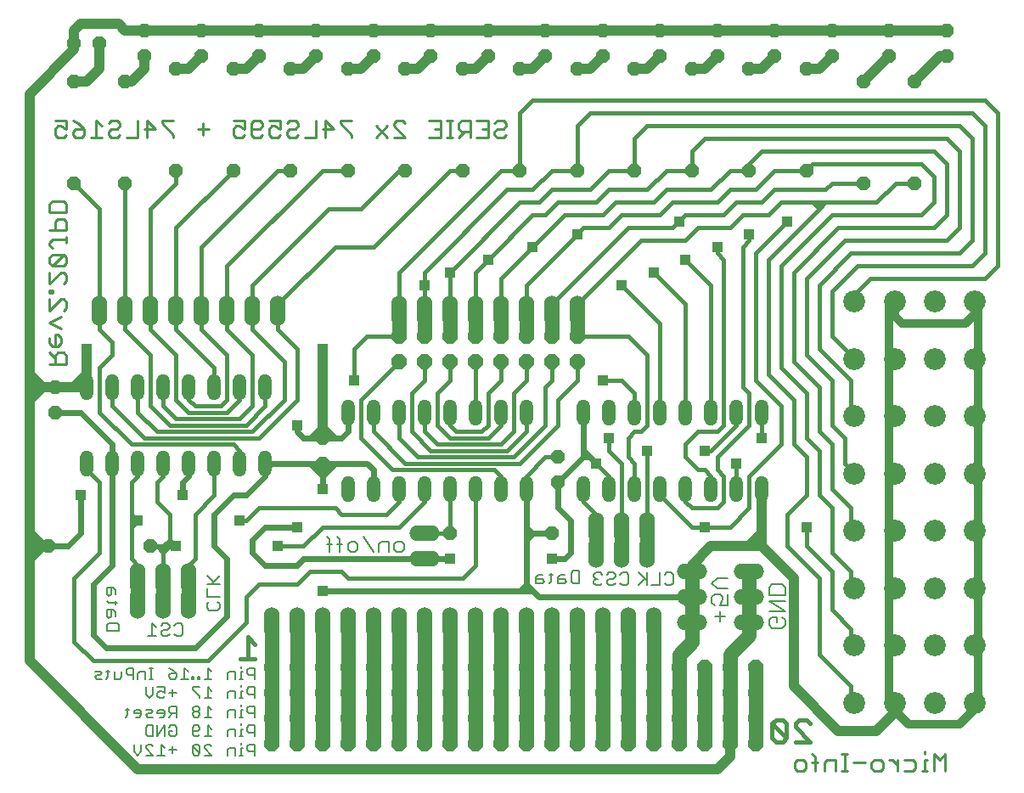
<source format=gbr>
G75*
G70*
%OFA0B0*%
%FSLAX24Y24*%
%IPPOS*%
%LPD*%
%AMOC8*
5,1,8,0,0,1.08239X$1,22.5*
%
%ADD10C,0.0150*%
%ADD11C,0.0080*%
%ADD12C,0.0090*%
%ADD13C,0.0070*%
%ADD14OC8,0.0600*%
%ADD15O,0.0600X0.1200*%
%ADD16OC8,0.0520*%
%ADD17O,0.1200X0.0600*%
%ADD18O,0.0520X0.1040*%
%ADD19C,0.0860*%
%ADD20C,0.0560*%
%ADD21C,0.0500*%
%ADD22C,0.0400*%
%ADD23C,0.0240*%
%ADD24R,0.0400X0.0400*%
%ADD25C,0.0160*%
%ADD26C,0.0320*%
D10*
X009956Y007413D02*
X010523Y007413D01*
X010239Y007413D02*
X010239Y008264D01*
X010523Y007980D01*
X030831Y004872D02*
X030831Y004305D01*
X030973Y004163D01*
X031256Y004163D01*
X031398Y004305D01*
X030831Y004872D01*
X030973Y005014D01*
X031256Y005014D01*
X031398Y004872D01*
X031398Y004305D01*
X031752Y004163D02*
X032319Y004163D01*
X031752Y004730D01*
X031752Y004872D01*
X031893Y005014D01*
X032177Y005014D01*
X032319Y004872D01*
D11*
X031234Y008628D02*
X030821Y008628D01*
X030717Y008732D01*
X030717Y008939D01*
X030821Y009042D01*
X031027Y009042D01*
X031027Y008835D01*
X031234Y008628D02*
X031338Y008732D01*
X031338Y008939D01*
X031234Y009042D01*
X031338Y009273D02*
X030717Y009273D01*
X030717Y009686D02*
X031338Y009686D01*
X031338Y009917D02*
X031338Y010228D01*
X031234Y010331D01*
X030821Y010331D01*
X030717Y010228D01*
X030717Y009917D01*
X031338Y009917D01*
X031338Y009273D02*
X030717Y009686D01*
X029088Y009523D02*
X028777Y009523D01*
X028881Y009730D01*
X028881Y009833D01*
X028777Y009936D01*
X028571Y009936D01*
X028467Y009833D01*
X028467Y009626D01*
X028571Y009523D01*
X028777Y009292D02*
X028777Y008878D01*
X028984Y009085D02*
X028571Y009085D01*
X029088Y009523D02*
X029088Y009936D01*
X029088Y010167D02*
X028674Y010167D01*
X028467Y010374D01*
X028674Y010581D01*
X029088Y010581D01*
X016387Y011725D02*
X016291Y011628D01*
X016097Y011628D01*
X016000Y011725D01*
X016000Y011919D01*
X016097Y012015D01*
X016291Y012015D01*
X016387Y011919D01*
X016387Y011725D01*
X015780Y011628D02*
X015780Y012015D01*
X015489Y012015D01*
X015393Y011919D01*
X015393Y011628D01*
X015172Y011628D02*
X014785Y012209D01*
X014564Y011919D02*
X014564Y011725D01*
X014467Y011628D01*
X014274Y011628D01*
X014177Y011725D01*
X014177Y011919D01*
X014274Y012015D01*
X014467Y012015D01*
X014564Y011919D01*
X013956Y011919D02*
X013763Y011919D01*
X013551Y011919D02*
X013358Y011919D01*
X013455Y012112D02*
X013358Y012209D01*
X013455Y012112D02*
X013455Y011628D01*
X013860Y011628D02*
X013860Y012112D01*
X013763Y012209D01*
X010512Y007049D02*
X010302Y007049D01*
X010232Y006979D01*
X010232Y006838D01*
X010302Y006768D01*
X010512Y006768D01*
X010512Y006628D02*
X010512Y007049D01*
X010052Y006909D02*
X009982Y006909D01*
X009982Y006628D01*
X010052Y006628D02*
X009912Y006628D01*
X009745Y006628D02*
X009745Y006909D01*
X009535Y006909D01*
X009465Y006838D01*
X009465Y006628D01*
X009535Y006159D02*
X009465Y006088D01*
X009465Y005878D01*
X009745Y005878D02*
X009745Y006159D01*
X009535Y006159D01*
X009982Y006159D02*
X009982Y005878D01*
X010052Y005878D02*
X009912Y005878D01*
X009982Y005619D02*
X009982Y005549D01*
X009982Y005409D02*
X009982Y005128D01*
X010052Y005128D02*
X009912Y005128D01*
X009745Y005128D02*
X009745Y005409D01*
X009535Y005409D01*
X009465Y005338D01*
X009465Y005128D01*
X009535Y004659D02*
X009465Y004588D01*
X009465Y004378D01*
X009745Y004378D02*
X009745Y004659D01*
X009535Y004659D01*
X009982Y004659D02*
X009982Y004378D01*
X010052Y004378D02*
X009912Y004378D01*
X009982Y004119D02*
X009982Y004049D01*
X009982Y003909D02*
X009982Y003628D01*
X010052Y003628D02*
X009912Y003628D01*
X009745Y003628D02*
X009745Y003909D01*
X009535Y003909D01*
X009465Y003838D01*
X009465Y003628D01*
X008824Y003628D02*
X008544Y003909D01*
X008544Y003979D01*
X008614Y004049D01*
X008754Y004049D01*
X008824Y003979D01*
X008824Y003628D02*
X008544Y003628D01*
X008364Y003698D02*
X008084Y003979D01*
X008084Y003698D01*
X008154Y003628D01*
X008294Y003628D01*
X008364Y003698D01*
X008364Y003979D01*
X008294Y004049D01*
X008154Y004049D01*
X008084Y003979D01*
X008154Y004378D02*
X008084Y004448D01*
X008084Y004729D01*
X008154Y004799D01*
X008294Y004799D01*
X008364Y004729D01*
X008364Y004659D01*
X008294Y004588D01*
X008084Y004588D01*
X008154Y004378D02*
X008294Y004378D01*
X008364Y004448D01*
X008544Y004378D02*
X008824Y004378D01*
X008684Y004378D02*
X008684Y004799D01*
X008824Y004659D01*
X008824Y005128D02*
X008544Y005128D01*
X008684Y005128D02*
X008684Y005549D01*
X008824Y005409D01*
X008364Y005409D02*
X008364Y005479D01*
X008294Y005549D01*
X008154Y005549D01*
X008084Y005479D01*
X008084Y005409D01*
X008154Y005338D01*
X008294Y005338D01*
X008364Y005409D01*
X008294Y005338D02*
X008364Y005268D01*
X008364Y005198D01*
X008294Y005128D01*
X008154Y005128D01*
X008084Y005198D01*
X008084Y005268D01*
X008154Y005338D01*
X008364Y005878D02*
X008364Y005948D01*
X008084Y006229D01*
X008084Y006299D01*
X008364Y006299D01*
X008684Y006299D02*
X008684Y005878D01*
X008824Y005878D02*
X008544Y005878D01*
X008824Y006159D02*
X008684Y006299D01*
X008684Y006628D02*
X008684Y007049D01*
X008824Y006909D01*
X008824Y006628D02*
X008544Y006628D01*
X008364Y006628D02*
X008294Y006628D01*
X008294Y006698D01*
X008364Y006698D01*
X008364Y006628D01*
X008134Y006628D02*
X008134Y006698D01*
X008064Y006698D01*
X008064Y006628D01*
X008134Y006628D01*
X007904Y006628D02*
X007623Y006628D01*
X007764Y006628D02*
X007764Y007049D01*
X007904Y006909D01*
X007443Y006838D02*
X007233Y006838D01*
X007163Y006768D01*
X007163Y006698D01*
X007233Y006628D01*
X007373Y006628D01*
X007443Y006698D01*
X007443Y006838D01*
X007303Y006979D01*
X007163Y007049D01*
X006523Y007049D02*
X006382Y007049D01*
X006453Y007049D02*
X006453Y006628D01*
X006523Y006628D02*
X006382Y006628D01*
X006216Y006628D02*
X006216Y006909D01*
X006006Y006909D01*
X005935Y006838D01*
X005935Y006628D01*
X005755Y006628D02*
X005755Y007049D01*
X005545Y007049D01*
X005475Y006979D01*
X005475Y006838D01*
X005545Y006768D01*
X005755Y006768D01*
X005295Y006698D02*
X005225Y006628D01*
X005015Y006628D01*
X005015Y006909D01*
X004835Y006909D02*
X004694Y006909D01*
X004765Y006979D02*
X004765Y006698D01*
X004694Y006628D01*
X004528Y006628D02*
X004318Y006628D01*
X004247Y006698D01*
X004318Y006768D01*
X004458Y006768D01*
X004528Y006838D01*
X004458Y006909D01*
X004247Y006909D01*
X005295Y006909D02*
X005295Y006698D01*
X006242Y006299D02*
X006242Y006018D01*
X006382Y005878D01*
X006523Y006018D01*
X006523Y006299D01*
X006703Y006299D02*
X006983Y006299D01*
X006983Y006088D01*
X006843Y006159D01*
X006773Y006159D01*
X006703Y006088D01*
X006703Y005948D01*
X006773Y005878D01*
X006913Y005878D01*
X006983Y005948D01*
X007163Y006088D02*
X007443Y006088D01*
X007303Y005948D02*
X007303Y006229D01*
X007233Y005549D02*
X007163Y005479D01*
X007163Y005338D01*
X007233Y005268D01*
X007443Y005268D01*
X007443Y005128D02*
X007443Y005549D01*
X007233Y005549D01*
X007303Y005268D02*
X007163Y005128D01*
X006983Y005198D02*
X006983Y005338D01*
X006913Y005409D01*
X006773Y005409D01*
X006703Y005338D01*
X006703Y005268D01*
X006983Y005268D01*
X006983Y005198D02*
X006913Y005128D01*
X006773Y005128D01*
X006523Y005128D02*
X006312Y005128D01*
X006242Y005198D01*
X006312Y005268D01*
X006452Y005268D01*
X006523Y005338D01*
X006452Y005409D01*
X006242Y005409D01*
X006062Y005338D02*
X006062Y005198D01*
X005992Y005128D01*
X005852Y005128D01*
X005782Y005268D02*
X006062Y005268D01*
X006062Y005338D02*
X005992Y005409D01*
X005852Y005409D01*
X005782Y005338D01*
X005782Y005268D01*
X005602Y005409D02*
X005462Y005409D01*
X005532Y005479D02*
X005532Y005198D01*
X005462Y005128D01*
X006242Y004729D02*
X006242Y004448D01*
X006312Y004378D01*
X006523Y004378D01*
X006523Y004799D01*
X006312Y004799D01*
X006242Y004729D01*
X006703Y004799D02*
X006703Y004378D01*
X006983Y004799D01*
X006983Y004378D01*
X007163Y004448D02*
X007163Y004588D01*
X007303Y004588D01*
X007163Y004448D02*
X007233Y004378D01*
X007373Y004378D01*
X007443Y004448D01*
X007443Y004729D01*
X007373Y004799D01*
X007233Y004799D01*
X007163Y004729D01*
X006843Y004049D02*
X006843Y003628D01*
X006983Y003628D02*
X006703Y003628D01*
X006523Y003628D02*
X006242Y003909D01*
X006242Y003979D01*
X006312Y004049D01*
X006452Y004049D01*
X006523Y003979D01*
X006843Y004049D02*
X006983Y003909D01*
X007163Y003838D02*
X007443Y003838D01*
X007303Y003698D02*
X007303Y003979D01*
X006523Y003628D02*
X006242Y003628D01*
X006062Y003768D02*
X006062Y004049D01*
X005782Y004049D02*
X005782Y003768D01*
X005922Y003628D01*
X006062Y003768D01*
X009982Y003909D02*
X010052Y003909D01*
X010232Y003979D02*
X010232Y003838D01*
X010302Y003768D01*
X010512Y003768D01*
X010512Y003628D02*
X010512Y004049D01*
X010302Y004049D01*
X010232Y003979D01*
X010512Y004378D02*
X010512Y004799D01*
X010302Y004799D01*
X010232Y004729D01*
X010232Y004588D01*
X010302Y004518D01*
X010512Y004518D01*
X010052Y004659D02*
X009982Y004659D01*
X009982Y004799D02*
X009982Y004869D01*
X010512Y005128D02*
X010512Y005549D01*
X010302Y005549D01*
X010232Y005479D01*
X010232Y005338D01*
X010302Y005268D01*
X010512Y005268D01*
X010052Y005409D02*
X009982Y005409D01*
X010512Y005878D02*
X010512Y006299D01*
X010302Y006299D01*
X010232Y006229D01*
X010232Y006088D01*
X010302Y006018D01*
X010512Y006018D01*
X010052Y006159D02*
X009982Y006159D01*
X009982Y006299D02*
X009982Y006369D01*
X009982Y007049D02*
X009982Y007119D01*
D12*
X003133Y018985D02*
X002462Y018985D01*
X002686Y018985D02*
X002686Y019320D01*
X002798Y019432D01*
X003021Y019432D01*
X003133Y019320D01*
X003133Y018985D01*
X002686Y019209D02*
X002462Y019432D01*
X002574Y019685D02*
X002462Y019797D01*
X002462Y020020D01*
X002686Y020132D02*
X002686Y019685D01*
X002798Y019685D02*
X002909Y019797D01*
X002909Y020020D01*
X002798Y020132D01*
X002686Y020132D01*
X002909Y020385D02*
X002462Y020608D01*
X002909Y020832D01*
X003021Y021084D02*
X003133Y021196D01*
X003133Y021420D01*
X003021Y021532D01*
X002909Y021532D01*
X002462Y021084D01*
X002462Y021532D01*
X002462Y021784D02*
X002462Y021896D01*
X002574Y021896D01*
X002574Y021784D01*
X002462Y021784D01*
X002462Y022134D02*
X002909Y022581D01*
X003021Y022581D01*
X003133Y022469D01*
X003133Y022246D01*
X003021Y022134D01*
X002462Y022134D02*
X002462Y022581D01*
X002574Y022834D02*
X002462Y022946D01*
X002462Y023169D01*
X002574Y023281D01*
X003021Y023281D01*
X002574Y022834D01*
X003021Y022834D01*
X003133Y022946D01*
X003133Y023169D01*
X003021Y023281D01*
X003133Y023757D02*
X003133Y023981D01*
X003133Y023869D02*
X002574Y023869D01*
X002462Y023757D01*
X002462Y023645D01*
X002574Y023534D01*
X002462Y024233D02*
X003133Y024233D01*
X003133Y024569D01*
X003021Y024680D01*
X002798Y024680D01*
X002686Y024569D01*
X002686Y024233D01*
X002462Y024933D02*
X002462Y025268D01*
X002574Y025380D01*
X003021Y025380D01*
X003133Y025268D01*
X003133Y024933D01*
X002462Y024933D01*
X002786Y027883D02*
X003010Y027883D01*
X003121Y027995D01*
X003121Y028219D02*
X002898Y028330D01*
X002786Y028330D01*
X002674Y028219D01*
X002674Y027995D01*
X002786Y027883D01*
X003121Y028219D02*
X003121Y028554D01*
X002674Y028554D01*
X003374Y028554D02*
X003598Y028442D01*
X003821Y028219D01*
X003486Y028219D01*
X003374Y028107D01*
X003374Y027995D01*
X003486Y027883D01*
X003709Y027883D01*
X003821Y027995D01*
X003821Y028219D01*
X004074Y027883D02*
X004521Y027883D01*
X004297Y027883D02*
X004297Y028554D01*
X004521Y028330D01*
X004774Y028442D02*
X004885Y028554D01*
X005109Y028554D01*
X005221Y028442D01*
X005221Y028330D01*
X005109Y028219D01*
X004885Y028219D01*
X004774Y028107D01*
X004774Y027995D01*
X004885Y027883D01*
X005109Y027883D01*
X005221Y027995D01*
X005473Y027883D02*
X005920Y027883D01*
X005920Y028554D01*
X006285Y028554D02*
X006620Y028219D01*
X006173Y028219D01*
X006285Y028554D02*
X006285Y027883D01*
X006873Y028442D02*
X007320Y027995D01*
X007320Y027883D01*
X007320Y028554D02*
X006873Y028554D01*
X006873Y028442D01*
X008272Y028219D02*
X008720Y028219D01*
X008496Y028442D02*
X008496Y027995D01*
X009672Y027995D02*
X009784Y027883D01*
X010007Y027883D01*
X010119Y027995D01*
X010119Y028219D02*
X009896Y028330D01*
X009784Y028330D01*
X009672Y028219D01*
X009672Y027995D01*
X010119Y028219D02*
X010119Y028554D01*
X009672Y028554D01*
X010372Y028442D02*
X010372Y027995D01*
X010484Y027883D01*
X010707Y027883D01*
X010819Y027995D01*
X010707Y028219D02*
X010372Y028219D01*
X010372Y028442D02*
X010484Y028554D01*
X010707Y028554D01*
X010819Y028442D01*
X010819Y028330D01*
X010707Y028219D01*
X011072Y028219D02*
X011072Y027995D01*
X011183Y027883D01*
X011407Y027883D01*
X011519Y027995D01*
X011519Y028219D02*
X011295Y028330D01*
X011183Y028330D01*
X011072Y028219D01*
X011072Y028554D02*
X011519Y028554D01*
X011519Y028219D01*
X011771Y028107D02*
X011771Y027995D01*
X011883Y027883D01*
X012107Y027883D01*
X012218Y027995D01*
X012107Y028219D02*
X011883Y028219D01*
X011771Y028107D01*
X011771Y028442D02*
X011883Y028554D01*
X012107Y028554D01*
X012218Y028442D01*
X012218Y028330D01*
X012107Y028219D01*
X012471Y027883D02*
X012918Y027883D01*
X012918Y028554D01*
X013283Y028554D02*
X013618Y028219D01*
X013171Y028219D01*
X013283Y028554D02*
X013283Y027883D01*
X013871Y028442D02*
X014318Y027995D01*
X014318Y027883D01*
X014318Y028554D02*
X013871Y028554D01*
X013871Y028442D01*
X015270Y028330D02*
X015717Y027883D01*
X015970Y027883D02*
X016417Y027883D01*
X015970Y028330D01*
X015970Y028442D01*
X016082Y028554D01*
X016305Y028554D01*
X016417Y028442D01*
X015717Y028330D02*
X015270Y027883D01*
X017369Y027883D02*
X017816Y027883D01*
X017816Y028554D01*
X017369Y028554D01*
X017593Y028219D02*
X017816Y028219D01*
X018059Y028554D02*
X018283Y028554D01*
X018171Y028554D02*
X018171Y027883D01*
X018283Y027883D02*
X018059Y027883D01*
X018536Y027883D02*
X018759Y028107D01*
X018647Y028107D02*
X018983Y028107D01*
X018983Y027883D02*
X018983Y028554D01*
X018647Y028554D01*
X018536Y028442D01*
X018536Y028219D01*
X018647Y028107D01*
X019235Y027883D02*
X019682Y027883D01*
X019682Y028554D01*
X019235Y028554D01*
X019459Y028219D02*
X019682Y028219D01*
X019935Y028107D02*
X019935Y027995D01*
X020047Y027883D01*
X020271Y027883D01*
X020382Y027995D01*
X020271Y028219D02*
X020047Y028219D01*
X019935Y028107D01*
X019935Y028442D02*
X020047Y028554D01*
X020271Y028554D01*
X020382Y028442D01*
X020382Y028330D01*
X020271Y028219D01*
X002798Y019685D02*
X002574Y019685D01*
X031704Y003344D02*
X031704Y003120D01*
X031816Y003008D01*
X032039Y003008D01*
X032151Y003120D01*
X032151Y003344D01*
X032039Y003455D01*
X031816Y003455D01*
X031704Y003344D01*
X032394Y003344D02*
X032617Y003344D01*
X032506Y003567D02*
X032506Y003008D01*
X032870Y003008D02*
X032870Y003344D01*
X032982Y003455D01*
X033317Y003455D01*
X033317Y003008D01*
X033560Y003008D02*
X033784Y003008D01*
X033672Y003008D02*
X033672Y003679D01*
X033784Y003679D02*
X033560Y003679D01*
X034036Y003344D02*
X034483Y003344D01*
X034736Y003344D02*
X034736Y003120D01*
X034848Y003008D01*
X035071Y003008D01*
X035183Y003120D01*
X035183Y003344D01*
X035071Y003455D01*
X034848Y003455D01*
X034736Y003344D01*
X035431Y003455D02*
X035543Y003455D01*
X035766Y003232D01*
X035766Y003455D02*
X035766Y003008D01*
X036019Y003008D02*
X036354Y003008D01*
X036466Y003120D01*
X036466Y003344D01*
X036354Y003455D01*
X036019Y003455D01*
X036821Y003455D02*
X036821Y003008D01*
X036932Y003008D02*
X036709Y003008D01*
X036821Y003455D02*
X036932Y003455D01*
X036821Y003679D02*
X036821Y003791D01*
X037185Y003679D02*
X037409Y003455D01*
X037632Y003679D01*
X037632Y003008D01*
X037185Y003008D02*
X037185Y003679D01*
X032506Y003567D02*
X032394Y003679D01*
D13*
X026857Y010313D02*
X026694Y010313D01*
X026612Y010395D01*
X026424Y010313D02*
X026097Y010313D01*
X025908Y010313D02*
X025908Y010804D01*
X025826Y010558D02*
X025581Y010313D01*
X025908Y010477D02*
X025581Y010804D01*
X025189Y010722D02*
X025189Y010395D01*
X025107Y010313D01*
X024944Y010313D01*
X024862Y010395D01*
X024674Y010395D02*
X024592Y010313D01*
X024428Y010313D01*
X024347Y010395D01*
X024347Y010477D01*
X024428Y010558D01*
X024592Y010558D01*
X024674Y010640D01*
X024674Y010722D01*
X024592Y010804D01*
X024428Y010804D01*
X024347Y010722D01*
X024158Y010722D02*
X024076Y010804D01*
X023913Y010804D01*
X023831Y010722D01*
X023831Y010640D01*
X023913Y010558D01*
X023831Y010477D01*
X023831Y010395D01*
X023913Y010313D01*
X024076Y010313D01*
X024158Y010395D01*
X023994Y010558D02*
X023913Y010558D01*
X023267Y010373D02*
X023022Y010373D01*
X022940Y010455D01*
X022940Y010782D01*
X023022Y010864D01*
X023267Y010864D01*
X023267Y010373D01*
X022752Y010455D02*
X022670Y010537D01*
X022425Y010537D01*
X022425Y010618D02*
X022425Y010373D01*
X022670Y010373D01*
X022752Y010455D01*
X022670Y010700D02*
X022506Y010700D01*
X022425Y010618D01*
X022236Y010700D02*
X022073Y010700D01*
X022154Y010782D02*
X022154Y010455D01*
X022073Y010373D01*
X021892Y010455D02*
X021811Y010537D01*
X021565Y010537D01*
X021565Y010618D02*
X021565Y010373D01*
X021811Y010373D01*
X021892Y010455D01*
X021811Y010700D02*
X021647Y010700D01*
X021565Y010618D01*
X024862Y010722D02*
X024944Y010804D01*
X025107Y010804D01*
X025189Y010722D01*
X026424Y010804D02*
X026424Y010313D01*
X026857Y010313D02*
X026939Y010395D01*
X026939Y010722D01*
X026857Y010804D01*
X026694Y010804D01*
X026612Y010722D01*
X009143Y010685D02*
X008816Y010358D01*
X008897Y010439D02*
X008652Y010685D01*
X008652Y010358D02*
X009143Y010358D01*
X009143Y009842D02*
X008652Y009842D01*
X008652Y010169D01*
X008734Y009653D02*
X008652Y009572D01*
X008652Y009408D01*
X008734Y009326D01*
X009061Y009326D01*
X009143Y009408D01*
X009143Y009572D01*
X009061Y009653D01*
X007689Y008722D02*
X007689Y008395D01*
X007607Y008313D01*
X007444Y008313D01*
X007362Y008395D01*
X007174Y008395D02*
X007092Y008313D01*
X006928Y008313D01*
X006847Y008395D01*
X006847Y008477D01*
X006928Y008558D01*
X007092Y008558D01*
X007174Y008640D01*
X007174Y008722D01*
X007092Y008804D01*
X006928Y008804D01*
X006847Y008722D01*
X006658Y008640D02*
X006494Y008804D01*
X006494Y008313D01*
X006331Y008313D02*
X006658Y008313D01*
X007362Y008722D02*
X007444Y008804D01*
X007607Y008804D01*
X007689Y008722D01*
X005203Y008743D02*
X005203Y008498D01*
X004712Y008498D01*
X004712Y008743D01*
X004794Y008825D01*
X005121Y008825D01*
X005203Y008743D01*
X005039Y009096D02*
X005039Y009259D01*
X004957Y009341D01*
X004712Y009341D01*
X004712Y009096D01*
X004794Y009014D01*
X004876Y009096D01*
X004876Y009341D01*
X005039Y009530D02*
X005039Y009693D01*
X005121Y009611D02*
X004794Y009611D01*
X004712Y009693D01*
X004794Y009873D02*
X004876Y009955D01*
X004876Y010200D01*
X004957Y010200D02*
X004712Y010200D01*
X004712Y009955D01*
X004794Y009873D01*
X005039Y009955D02*
X005039Y010118D01*
X004957Y010200D01*
D14*
X011177Y007088D03*
X012177Y007088D03*
X013177Y007088D03*
X013177Y006088D03*
X012177Y006088D03*
X011177Y006088D03*
X011177Y005088D03*
X012177Y005088D03*
X013177Y005088D03*
X013177Y004088D03*
X012177Y004088D03*
X011177Y004088D03*
X014177Y004088D03*
X015177Y004088D03*
X016177Y004088D03*
X017177Y004088D03*
X018177Y004088D03*
X019177Y004088D03*
X020177Y004088D03*
X021177Y004088D03*
X022177Y004088D03*
X023177Y004088D03*
X024177Y004088D03*
X025177Y004088D03*
X026177Y004088D03*
X027177Y004088D03*
X028177Y004088D03*
X029177Y004088D03*
X030177Y004088D03*
X030177Y005088D03*
X029177Y005088D03*
X028177Y005088D03*
X027177Y005088D03*
X026177Y005088D03*
X025177Y005088D03*
X024177Y005088D03*
X023177Y005088D03*
X022177Y005088D03*
X021177Y005088D03*
X020177Y005088D03*
X019177Y005088D03*
X018177Y005088D03*
X017177Y005088D03*
X016177Y005088D03*
X015177Y005088D03*
X014177Y005088D03*
X014177Y006088D03*
X015177Y006088D03*
X016177Y006088D03*
X017177Y006088D03*
X018177Y006088D03*
X019177Y006088D03*
X020177Y006088D03*
X021177Y006088D03*
X022177Y006088D03*
X023177Y006088D03*
X024177Y006088D03*
X025177Y006088D03*
X026177Y006088D03*
X027177Y006088D03*
X028177Y006088D03*
X029177Y006088D03*
X030177Y006088D03*
X030177Y007088D03*
X029177Y007088D03*
X028177Y007088D03*
X027177Y007088D03*
X026177Y007088D03*
X025177Y007088D03*
X024177Y007088D03*
X023177Y007088D03*
X022177Y007088D03*
X021177Y007088D03*
X020177Y007088D03*
X019177Y007088D03*
X018177Y007088D03*
X017177Y007088D03*
X016177Y007088D03*
X015177Y007088D03*
X014177Y007088D03*
X016177Y019088D03*
X017177Y019088D03*
X018177Y019088D03*
X019177Y019088D03*
X020177Y019088D03*
X021177Y019088D03*
X022177Y019088D03*
X023177Y019088D03*
X023177Y020088D03*
X022177Y020088D03*
X021177Y020088D03*
X020177Y020088D03*
X019177Y020088D03*
X018177Y020088D03*
X017177Y020088D03*
X016177Y020088D03*
D15*
X016177Y021088D03*
X017177Y021088D03*
X018177Y021088D03*
X019177Y021088D03*
X020177Y021088D03*
X021177Y021088D03*
X022177Y021088D03*
X023177Y021088D03*
X023927Y012588D03*
X023927Y011588D03*
X024927Y011588D03*
X025927Y011588D03*
X025927Y012588D03*
X024927Y012588D03*
X025177Y008838D03*
X026177Y008838D03*
X024177Y008838D03*
X023177Y008838D03*
X022177Y008838D03*
X021177Y008838D03*
X020177Y008838D03*
X019177Y008838D03*
X018177Y008838D03*
X017177Y008838D03*
X016177Y008838D03*
X015177Y008838D03*
X014177Y008838D03*
X013177Y008838D03*
X012177Y008838D03*
X011177Y008838D03*
X007927Y009588D03*
X006927Y009588D03*
X005927Y009588D03*
X005927Y010588D03*
X006927Y010588D03*
X007927Y010588D03*
X007427Y021088D03*
X008427Y021088D03*
X009427Y021088D03*
X010427Y021088D03*
X011427Y021088D03*
X006427Y021088D03*
X005427Y021088D03*
X004427Y021088D03*
D16*
X002677Y018088D03*
X002677Y017088D03*
X002427Y011838D03*
X006427Y011838D03*
X013177Y015088D03*
X013177Y016088D03*
X018177Y012338D03*
X022177Y012338D03*
X022427Y014338D03*
X022427Y015338D03*
X034427Y026088D03*
X036427Y026088D03*
X032177Y026588D03*
X029927Y026588D03*
X027677Y026588D03*
X025427Y026588D03*
X023177Y026588D03*
X020927Y026588D03*
X018677Y026588D03*
X016427Y026588D03*
X014177Y026588D03*
X011927Y026588D03*
X009677Y026588D03*
X007427Y026588D03*
X005427Y026088D03*
X003427Y026088D03*
X003427Y030088D03*
X003427Y031588D03*
X004427Y031588D03*
X006177Y031088D03*
X006177Y032088D03*
X007427Y030588D03*
X008427Y031088D03*
X008427Y032088D03*
X009677Y030588D03*
X010677Y031088D03*
X010677Y032088D03*
X011927Y030588D03*
X012927Y031088D03*
X012927Y032088D03*
X014177Y030588D03*
X015177Y031088D03*
X015177Y032088D03*
X016427Y030588D03*
X017427Y031088D03*
X017427Y032088D03*
X018677Y030588D03*
X019677Y031088D03*
X019677Y032088D03*
X020927Y030588D03*
X021927Y031088D03*
X021927Y032088D03*
X023177Y030588D03*
X024177Y031088D03*
X024177Y032088D03*
X025427Y030588D03*
X026427Y031088D03*
X026427Y032088D03*
X027677Y030588D03*
X028677Y031088D03*
X028677Y032088D03*
X029927Y030588D03*
X030927Y031088D03*
X030927Y032088D03*
X032177Y030588D03*
X033177Y031088D03*
X033177Y032088D03*
X035427Y032088D03*
X035427Y031088D03*
X034427Y030088D03*
X036427Y030088D03*
X037677Y031088D03*
X037677Y032088D03*
X005427Y030088D03*
D17*
X017177Y012338D03*
X017177Y011338D03*
X027677Y010838D03*
X027677Y009838D03*
X027677Y008838D03*
X029927Y008838D03*
X029927Y009838D03*
X029927Y010838D03*
D18*
X029427Y014088D03*
X030427Y014088D03*
X028427Y014088D03*
X027427Y014088D03*
X026427Y014088D03*
X025427Y014088D03*
X024427Y014088D03*
X023427Y014088D03*
X021177Y014088D03*
X020177Y014088D03*
X019177Y014088D03*
X018177Y014088D03*
X017177Y014088D03*
X016177Y014088D03*
X015177Y014088D03*
X014177Y014088D03*
X014177Y017088D03*
X015177Y017088D03*
X016177Y017088D03*
X017177Y017088D03*
X018177Y017088D03*
X019177Y017088D03*
X020177Y017088D03*
X021177Y017088D03*
X023427Y017088D03*
X024427Y017088D03*
X025427Y017088D03*
X026427Y017088D03*
X027427Y017088D03*
X028427Y017088D03*
X029427Y017088D03*
X030427Y017088D03*
X010927Y018088D03*
X009927Y018088D03*
X008927Y018088D03*
X007927Y018088D03*
X006927Y018088D03*
X005927Y018088D03*
X004927Y018088D03*
X003927Y018088D03*
X003927Y015088D03*
X004927Y015088D03*
X005927Y015088D03*
X006927Y015088D03*
X007927Y015088D03*
X008927Y015088D03*
X009927Y015088D03*
X010927Y015088D03*
D19*
X034065Y014695D03*
X035640Y014695D03*
X037215Y014695D03*
X038789Y014695D03*
X038789Y012445D03*
X037215Y012445D03*
X035640Y012445D03*
X034065Y012445D03*
X034065Y010195D03*
X035640Y010195D03*
X037215Y010195D03*
X038789Y010195D03*
X038789Y007945D03*
X037215Y007945D03*
X035640Y007945D03*
X034065Y007945D03*
X034065Y005695D03*
X035640Y005695D03*
X037215Y005695D03*
X038789Y005695D03*
X038789Y016945D03*
X037215Y016945D03*
X035640Y016945D03*
X034065Y016945D03*
X034065Y019195D03*
X035640Y019195D03*
X037215Y019195D03*
X038789Y019195D03*
X038789Y021445D03*
X037215Y021445D03*
X035640Y021445D03*
X034065Y021445D03*
D20*
X023177Y021088D02*
X023177Y020088D01*
X022177Y020088D02*
X022177Y021088D01*
X021177Y021088D02*
X021177Y020088D01*
X020177Y020088D02*
X020177Y021088D01*
X019177Y021088D02*
X019177Y020088D01*
X018177Y020088D02*
X018177Y021088D01*
X017177Y021088D02*
X017177Y020088D01*
X016177Y020088D02*
X016177Y021088D01*
X023927Y012588D02*
X023927Y011588D01*
X024927Y011588D02*
X024927Y012588D01*
X025927Y012588D02*
X025927Y011588D01*
X027677Y010838D02*
X027677Y009838D01*
X027677Y008088D01*
X027177Y007588D01*
X027177Y007088D01*
X027177Y006088D01*
X027177Y005088D01*
X027177Y004088D01*
X026177Y004088D02*
X026177Y005088D01*
X026177Y006088D01*
X026177Y007088D01*
X026177Y008838D01*
X025177Y008838D02*
X025177Y007088D01*
X025177Y006088D01*
X025177Y005088D01*
X025177Y004088D01*
X024177Y004088D02*
X024177Y005088D01*
X024177Y006088D01*
X024177Y007088D01*
X024177Y008838D01*
X023177Y008838D02*
X023177Y007088D01*
X023177Y006088D01*
X023177Y005088D01*
X023177Y004088D01*
X022177Y004088D02*
X022177Y005088D01*
X022177Y006088D01*
X022177Y007088D01*
X022177Y008838D01*
X021177Y008838D02*
X021177Y007088D01*
X021177Y006088D01*
X021177Y005088D01*
X021177Y004088D01*
X020177Y004088D02*
X020177Y005088D01*
X020177Y006088D01*
X020177Y007088D01*
X020177Y008838D01*
X019177Y008838D02*
X019177Y007088D01*
X019177Y006088D01*
X019177Y005088D01*
X019177Y004088D01*
X018177Y004088D02*
X018177Y005088D01*
X018177Y006088D01*
X018177Y007088D01*
X018177Y008838D01*
X017177Y008838D02*
X017177Y007088D01*
X017177Y006088D01*
X017177Y005088D01*
X017177Y004088D01*
X016177Y004088D02*
X016177Y005088D01*
X016177Y006088D01*
X016177Y007088D01*
X016177Y008838D01*
X015177Y008838D02*
X015177Y007088D01*
X015177Y006088D01*
X015177Y005088D01*
X015177Y004088D01*
X014177Y004088D02*
X014177Y005088D01*
X014177Y006088D01*
X014177Y007088D01*
X014177Y008838D01*
X013177Y008838D02*
X013177Y007088D01*
X013177Y006088D01*
X013177Y005088D01*
X013177Y004088D01*
X012177Y004088D02*
X012177Y005088D01*
X012177Y006088D01*
X012177Y007088D01*
X012177Y008838D01*
X011177Y008838D02*
X011177Y007088D01*
X011177Y006088D01*
X011177Y005088D01*
X011177Y004088D01*
X007927Y009588D02*
X007927Y010588D01*
X006927Y010588D02*
X006927Y009588D01*
X005927Y009588D02*
X005927Y010588D01*
X028177Y007088D02*
X028177Y006088D01*
X028177Y005088D01*
X028177Y004088D01*
X029177Y004088D02*
X029177Y005088D01*
X029177Y006088D01*
X029177Y007088D01*
X029177Y007588D01*
X029927Y008338D01*
X029927Y008838D01*
X029927Y009838D01*
X029927Y010838D01*
X030177Y007088D02*
X030177Y006088D01*
X030177Y005088D01*
X030177Y004088D01*
D21*
X027677Y008088D02*
X027677Y008838D01*
X027677Y009838D01*
X027677Y010838D01*
D22*
X005927Y003088D02*
X001677Y007338D01*
X001677Y011338D01*
X002177Y011838D01*
X001677Y012338D01*
X001677Y017588D01*
X002177Y018088D01*
X001677Y018588D01*
X001677Y029588D01*
X003427Y031338D01*
X003427Y031588D01*
X003427Y032088D01*
X003677Y032338D01*
X005177Y032338D01*
X005427Y032088D01*
X006177Y032088D01*
X008427Y032088D01*
X010677Y032088D01*
X012927Y032088D01*
X015177Y032088D01*
X017427Y032088D01*
X019677Y032088D01*
X021927Y032088D01*
X024177Y032088D01*
X026427Y032088D01*
X028677Y032088D01*
X030927Y032088D01*
X033177Y032088D01*
X035427Y032088D01*
X037677Y032088D01*
X037677Y031088D02*
X037427Y031088D01*
X036427Y030088D01*
X035427Y031088D02*
X034427Y030088D01*
X033177Y031088D02*
X032677Y030588D01*
X032177Y030588D01*
X030927Y031088D02*
X030427Y030588D01*
X029927Y030588D01*
X028677Y031088D02*
X028177Y030588D01*
X027677Y030588D01*
X026427Y031088D02*
X025927Y030588D01*
X025427Y030588D01*
X024177Y031088D02*
X023677Y030588D01*
X023177Y030588D01*
X021927Y031088D02*
X021427Y030588D01*
X020927Y030588D01*
X019677Y031088D02*
X019177Y030588D01*
X018677Y030588D01*
X017427Y031088D02*
X016927Y030588D01*
X016427Y030588D01*
X015177Y031088D02*
X014677Y030588D01*
X014177Y030588D01*
X012927Y031088D02*
X012427Y030588D01*
X011927Y030588D01*
X010677Y031088D02*
X010177Y030588D01*
X009677Y030588D01*
X008427Y031088D02*
X007927Y030588D01*
X007427Y030588D01*
X006177Y030588D02*
X006177Y031088D01*
X006177Y030588D02*
X005677Y030088D01*
X005427Y030088D01*
X004427Y030588D02*
X003927Y030088D01*
X003427Y030088D01*
X004427Y030588D02*
X004427Y031588D01*
X003927Y019588D02*
X003927Y018588D01*
X003427Y018088D01*
X003927Y018088D01*
X003927Y018588D01*
X003427Y018088D02*
X002677Y018088D01*
X002177Y018088D01*
X001677Y018088D01*
X001677Y017588D01*
X001677Y018088D02*
X001677Y018588D01*
X001677Y013088D02*
X001677Y012338D01*
X001677Y011838D01*
X002177Y011838D01*
X002427Y011838D01*
X001677Y011838D02*
X001677Y011338D01*
X005927Y003088D02*
X028677Y003088D01*
X029177Y003588D01*
X029177Y004088D01*
X031677Y006338D02*
X031677Y010588D01*
X030427Y011838D01*
X029927Y011838D01*
X030427Y012338D01*
X030427Y014088D01*
X030427Y012338D02*
X030427Y011838D01*
X029927Y011838D02*
X028427Y011838D01*
X027677Y011088D01*
X027677Y010838D01*
X031677Y006338D02*
X033427Y004588D01*
X034927Y004588D01*
X035677Y005338D01*
X035677Y005588D01*
X035640Y005626D01*
X035640Y005695D01*
X013177Y016088D02*
X013177Y016588D01*
X013177Y019588D01*
D23*
X014177Y017088D02*
X014177Y016338D01*
X013927Y016088D01*
X013677Y016088D01*
X013177Y016588D01*
X012677Y016088D01*
X012427Y016088D01*
X012177Y016338D01*
X012177Y016588D01*
X012677Y016088D02*
X013177Y016088D01*
X013677Y016088D01*
X013677Y015088D02*
X013427Y015088D01*
X013177Y015088D01*
X013177Y014838D01*
X013177Y014588D01*
X013677Y015088D01*
X014927Y015088D01*
X015177Y014838D01*
X015177Y014088D01*
X013177Y014088D02*
X013177Y014588D01*
X012677Y015088D01*
X012927Y015088D01*
X013177Y015088D01*
X012677Y015088D02*
X011177Y015088D01*
X010927Y014838D01*
X010927Y015088D01*
X011177Y015088D01*
X010927Y014838D02*
X010927Y014588D01*
X010177Y013838D01*
X009677Y013838D01*
X008927Y013088D01*
X008927Y011838D01*
X009427Y011338D01*
X009427Y009088D01*
X008177Y007838D01*
X004677Y007838D01*
X004177Y008338D01*
X004177Y010338D01*
X004927Y011088D01*
X004927Y015088D01*
X004927Y015838D01*
X003677Y017088D01*
X002677Y017088D01*
X003677Y013838D02*
X003677Y012338D01*
X003177Y011838D01*
X002427Y011838D01*
X007677Y013838D02*
X007677Y014338D01*
X007927Y014588D01*
X007927Y015088D01*
X010927Y012588D02*
X010427Y012088D01*
X010427Y011588D01*
X010927Y011088D01*
X012177Y011088D01*
X012427Y011338D01*
X017177Y011338D01*
X018177Y011338D01*
X020927Y010088D02*
X021177Y010338D01*
X021177Y012088D01*
X021427Y012338D01*
X021177Y012588D01*
X021177Y014088D01*
X022427Y014338D02*
X022427Y013338D01*
X022927Y012838D01*
X022927Y011588D01*
X022677Y011338D01*
X022177Y011338D01*
X021177Y012088D02*
X021177Y012338D01*
X021177Y012588D01*
X021177Y012338D02*
X021427Y012338D01*
X022177Y012338D01*
X022427Y014338D02*
X023427Y015338D01*
X023677Y015338D01*
X023427Y015588D01*
X023427Y017088D01*
X023427Y015588D02*
X023427Y015338D01*
X023677Y015338D02*
X023927Y015088D01*
X021177Y010338D02*
X021427Y010088D01*
X021677Y009838D01*
X027177Y009838D01*
X027677Y009838D01*
X021427Y010088D02*
X021177Y010088D01*
X020927Y010088D01*
X013177Y010088D01*
X012177Y012588D02*
X010927Y012588D01*
X021177Y010338D02*
X021177Y010088D01*
D24*
X022177Y011338D03*
X018177Y011338D03*
X013177Y010088D03*
X011427Y011838D03*
X012177Y012588D03*
X013177Y014088D03*
X012177Y016588D03*
X014427Y018338D03*
X013177Y019588D03*
X017177Y022088D03*
X018177Y022588D03*
X019677Y023088D03*
X021427Y023588D03*
X023177Y024088D03*
X024927Y022088D03*
X026177Y022588D03*
X027427Y023088D03*
X028677Y023588D03*
X029927Y024088D03*
X031427Y024588D03*
X027177Y024588D03*
X024177Y018338D03*
X024427Y016088D03*
X023927Y015088D03*
X025927Y015588D03*
X028177Y015588D03*
X029427Y015088D03*
X030427Y016088D03*
X032177Y012588D03*
X028177Y012588D03*
X009927Y012838D03*
X007677Y013838D03*
X005927Y012838D03*
X007427Y011838D03*
X003677Y013838D03*
X003927Y019588D03*
D25*
X004427Y018838D02*
X004927Y019338D01*
X004927Y019838D01*
X004427Y020338D01*
X004427Y021088D01*
X004427Y025088D01*
X003427Y026088D01*
X005427Y026088D02*
X005427Y021088D01*
X005427Y020338D01*
X006427Y019338D01*
X006427Y017338D01*
X007177Y016588D01*
X010177Y016588D01*
X010927Y017338D01*
X010927Y018088D01*
X010427Y017338D02*
X010427Y019338D01*
X009427Y020338D01*
X009427Y021088D01*
X009427Y022838D01*
X013177Y026588D01*
X014177Y026588D01*
X014677Y025088D02*
X013427Y025088D01*
X010427Y022088D01*
X010427Y021088D01*
X010427Y020338D01*
X011677Y019088D01*
X011677Y017588D01*
X010427Y016338D01*
X006677Y016338D01*
X005927Y017088D01*
X005927Y018088D01*
X006927Y018088D02*
X006927Y017338D01*
X007427Y016838D01*
X009927Y016838D01*
X010427Y017338D01*
X009927Y017588D02*
X009427Y017088D01*
X007927Y017088D01*
X007427Y017588D01*
X007427Y019338D01*
X006427Y020338D01*
X006427Y021088D01*
X006427Y025088D01*
X007427Y026088D01*
X007427Y026588D01*
X007427Y024338D02*
X009677Y026588D01*
X011427Y026588D02*
X011927Y026588D01*
X011427Y026588D02*
X008427Y023588D01*
X008427Y021088D01*
X008427Y020338D01*
X009427Y019338D01*
X009427Y017588D01*
X009177Y017338D01*
X008177Y017338D01*
X007927Y017588D01*
X007927Y018088D01*
X008927Y018088D02*
X008927Y018838D01*
X007427Y020338D01*
X007427Y021088D01*
X007427Y024338D01*
X011427Y021338D02*
X013677Y023588D01*
X015177Y023588D01*
X018177Y026588D01*
X018677Y026588D01*
X020177Y026588D02*
X016177Y022588D01*
X016177Y021088D01*
X017177Y021088D02*
X017177Y022088D01*
X017177Y022588D01*
X020427Y025838D01*
X021427Y025838D01*
X022177Y026588D01*
X023177Y026588D01*
X023177Y028338D01*
X023677Y028838D01*
X038677Y028838D01*
X039177Y028338D01*
X039177Y023338D01*
X038677Y022838D01*
X034177Y022838D01*
X033177Y021838D01*
X033177Y020088D01*
X034065Y019200D01*
X034065Y019195D01*
X033927Y018338D02*
X032677Y019588D01*
X032677Y022088D01*
X033927Y023338D01*
X038177Y023338D01*
X038677Y023838D01*
X038677Y027838D01*
X038177Y028338D01*
X025927Y028338D01*
X025427Y027838D01*
X025427Y026588D01*
X024427Y026588D01*
X023677Y025838D01*
X022177Y025838D01*
X021677Y025338D01*
X020927Y025338D01*
X018177Y022588D01*
X018177Y021088D01*
X019177Y021088D02*
X019177Y022588D01*
X019677Y023088D01*
X021427Y024838D01*
X021927Y024838D01*
X022427Y025338D01*
X023927Y025338D01*
X024427Y025838D01*
X025927Y025838D01*
X026677Y026588D01*
X027677Y026588D01*
X027677Y027338D01*
X028177Y027838D01*
X037677Y027838D01*
X038177Y027338D01*
X038177Y024338D01*
X037677Y023838D01*
X033677Y023838D01*
X032177Y022338D01*
X032177Y019338D01*
X033177Y018338D01*
X033177Y016588D01*
X033677Y016088D01*
X033677Y015088D01*
X034065Y014700D01*
X034065Y014695D01*
X033177Y014088D02*
X033177Y015838D01*
X032677Y016338D01*
X032677Y018088D01*
X031677Y019088D01*
X031677Y022588D01*
X033427Y024338D01*
X037177Y024338D01*
X037677Y024838D01*
X037677Y026838D01*
X037177Y027338D01*
X030427Y027338D01*
X029927Y026838D01*
X029927Y026588D01*
X029177Y026588D01*
X028427Y025838D01*
X026677Y025838D01*
X026177Y025338D01*
X024677Y025338D01*
X024177Y024838D01*
X022677Y024838D01*
X021427Y023588D01*
X020177Y022338D01*
X020177Y021088D01*
X021177Y021088D02*
X021177Y022088D01*
X023177Y024088D01*
X023427Y024338D01*
X024427Y024338D01*
X024927Y024838D01*
X026427Y024838D01*
X026927Y025338D01*
X028677Y025338D01*
X029177Y025838D01*
X030177Y025838D01*
X030927Y026588D01*
X032177Y026588D01*
X032427Y026838D01*
X036677Y026838D01*
X037177Y026338D01*
X037177Y025338D01*
X036677Y024838D01*
X033177Y024838D01*
X031177Y022838D01*
X031177Y018838D01*
X032177Y017838D01*
X032177Y016088D01*
X032677Y015588D01*
X032677Y013838D01*
X033177Y013338D01*
X033177Y011588D01*
X033927Y010838D01*
X033927Y010338D01*
X034065Y010200D01*
X034065Y010195D01*
X033177Y010838D02*
X033177Y009338D01*
X033927Y008588D01*
X033927Y008088D01*
X034065Y007950D01*
X034065Y007945D01*
X032677Y007588D02*
X033927Y006338D01*
X033927Y005838D01*
X034065Y005700D01*
X034065Y005695D01*
X032677Y007588D02*
X032677Y010588D01*
X031427Y011838D01*
X031427Y013088D01*
X032177Y013838D01*
X032177Y015338D01*
X031677Y015838D01*
X031677Y017588D01*
X030677Y018588D01*
X030677Y023088D01*
X032677Y025088D01*
X032677Y025338D01*
X032927Y025338D01*
X032677Y025088D01*
X032427Y025338D01*
X032677Y025338D01*
X032427Y025338D02*
X031177Y025338D01*
X030677Y024838D01*
X029677Y024838D01*
X029177Y024338D01*
X027927Y024338D01*
X027427Y023838D01*
X025677Y023838D01*
X023177Y021338D01*
X023177Y021088D01*
X023177Y020088D02*
X025177Y020088D01*
X025927Y019338D01*
X025927Y016588D01*
X025677Y016338D01*
X025427Y016338D01*
X025177Y016088D01*
X025177Y015338D01*
X025427Y015088D01*
X025427Y014088D01*
X025427Y014588D01*
X024927Y015088D02*
X024927Y012588D01*
X023927Y012588D02*
X023927Y013088D01*
X023427Y013588D01*
X023427Y014088D01*
X024427Y014088D02*
X024427Y014588D01*
X023927Y015088D01*
X024427Y015588D02*
X024427Y016088D01*
X024427Y015588D02*
X024927Y015088D01*
X025927Y015588D02*
X025927Y012588D01*
X026427Y013838D02*
X026427Y014088D01*
X026427Y013838D02*
X027677Y012588D01*
X028177Y012588D01*
X029177Y012588D01*
X029927Y013338D01*
X029927Y014588D01*
X031177Y015838D01*
X031177Y017338D01*
X030177Y018338D01*
X030177Y023338D01*
X031427Y024588D01*
X030427Y025338D02*
X030927Y025838D01*
X032927Y025838D01*
X033177Y026088D01*
X034427Y026088D01*
X034927Y025338D02*
X032927Y025338D01*
X034927Y025338D02*
X035677Y026088D01*
X036427Y026088D01*
X039177Y029338D02*
X039677Y028838D01*
X039677Y022838D01*
X039177Y022338D01*
X034677Y022338D01*
X034065Y021726D01*
X034065Y021445D01*
X033927Y018338D02*
X033927Y017088D01*
X034065Y016950D01*
X034065Y016945D01*
X033177Y014088D02*
X033927Y013338D01*
X033927Y012588D01*
X034065Y012450D01*
X034065Y012445D01*
X033177Y010838D02*
X032177Y011838D01*
X032177Y012588D01*
X029427Y014088D02*
X029427Y015088D01*
X028927Y014588D02*
X028677Y014838D01*
X028677Y015338D01*
X029927Y016588D01*
X029927Y017838D01*
X029677Y018088D01*
X029677Y023588D01*
X029927Y023838D01*
X029927Y024088D01*
X028927Y024838D02*
X029427Y025338D01*
X030427Y025338D01*
X028927Y024838D02*
X027427Y024838D01*
X027177Y024588D01*
X026927Y024338D01*
X025177Y024338D01*
X022177Y021338D01*
X022177Y021088D01*
X022177Y019088D02*
X022177Y018338D01*
X021927Y018088D01*
X021927Y016588D01*
X020677Y015338D01*
X016927Y015338D01*
X016177Y016088D01*
X016177Y017088D01*
X016677Y016338D02*
X016677Y017838D01*
X017177Y018338D01*
X017177Y019088D01*
X016177Y019088D02*
X014677Y017588D01*
X014677Y016088D01*
X015927Y014838D01*
X019927Y014838D01*
X020177Y014588D01*
X020177Y014088D01*
X019177Y014088D02*
X019177Y011088D01*
X018677Y010588D01*
X014177Y010588D01*
X013927Y010838D01*
X012677Y010838D01*
X012177Y010338D01*
X010677Y010338D01*
X010177Y009838D01*
X010177Y008838D01*
X008677Y007338D01*
X004177Y007338D01*
X003427Y008088D01*
X003427Y010588D01*
X004427Y011588D01*
X004427Y014338D01*
X003927Y014838D01*
X003927Y015088D01*
X005677Y014338D02*
X005677Y013088D01*
X005927Y012838D01*
X005677Y012588D01*
X005677Y012838D01*
X005927Y012838D01*
X005677Y012838D02*
X005677Y013088D01*
X005677Y012588D02*
X005677Y011338D01*
X005927Y011088D01*
X005927Y010588D01*
X006927Y010588D02*
X006927Y011588D01*
X006677Y011838D01*
X006427Y011838D01*
X006677Y011838D02*
X006927Y011838D01*
X007177Y012088D01*
X007177Y011838D01*
X007427Y011838D01*
X007177Y012088D01*
X007177Y013088D01*
X006677Y013588D01*
X006677Y014338D01*
X006927Y014588D01*
X006927Y015088D01*
X005927Y015088D02*
X005927Y014588D01*
X005677Y014338D01*
X005677Y015838D02*
X004427Y017088D01*
X004427Y018838D01*
X004927Y018088D02*
X004927Y017338D01*
X006177Y016088D01*
X010677Y016088D01*
X012177Y017588D01*
X012177Y019588D01*
X011427Y020338D01*
X011427Y021088D01*
X011427Y021338D01*
X014427Y019588D02*
X014427Y018338D01*
X014427Y019588D02*
X014927Y020088D01*
X016177Y020088D01*
X018177Y019088D02*
X018177Y018338D01*
X017677Y017838D01*
X017677Y016588D01*
X018177Y016088D01*
X019677Y016088D01*
X020177Y016588D01*
X020177Y017088D01*
X019677Y016588D02*
X019677Y017838D01*
X020177Y018338D01*
X020177Y019088D01*
X019177Y019088D02*
X019177Y017088D01*
X019677Y016588D02*
X019427Y016338D01*
X018427Y016338D01*
X018177Y016588D01*
X018177Y017088D01*
X017177Y017088D02*
X017177Y016338D01*
X017677Y015838D01*
X020177Y015838D01*
X020677Y016338D01*
X020677Y017838D01*
X021177Y018338D01*
X021177Y019088D01*
X022427Y017588D02*
X023177Y018338D01*
X023177Y019088D01*
X024177Y018338D02*
X024927Y018338D01*
X025427Y017838D01*
X025427Y017088D01*
X026427Y017088D02*
X026427Y020588D01*
X024927Y022088D01*
X026177Y022588D02*
X027427Y021338D01*
X027427Y017088D01*
X027927Y016338D02*
X027427Y015838D01*
X027427Y015338D01*
X027927Y014838D01*
X028177Y014838D01*
X028427Y014588D01*
X028427Y014088D01*
X028927Y013588D02*
X028677Y013338D01*
X027677Y013338D01*
X027427Y013588D01*
X027427Y014088D01*
X028927Y013588D02*
X028927Y014588D01*
X028427Y015588D02*
X029427Y016588D01*
X029427Y017088D01*
X028927Y016588D02*
X028677Y016338D01*
X027927Y016338D01*
X028177Y015588D02*
X028427Y015588D01*
X028927Y016588D02*
X028927Y023088D01*
X028677Y023338D01*
X028677Y023588D01*
X027427Y023088D02*
X028427Y022088D01*
X028427Y017088D01*
X030427Y017088D02*
X030427Y016088D01*
X027427Y010088D02*
X027177Y009838D01*
X027427Y009588D01*
X021177Y014088D02*
X021177Y014588D01*
X021927Y015338D01*
X022427Y015338D01*
X021177Y016338D02*
X020427Y015588D01*
X017427Y015588D01*
X016677Y016338D01*
X016427Y015088D02*
X020927Y015088D01*
X022427Y016588D01*
X022427Y017588D01*
X021177Y017088D02*
X021177Y016338D01*
X018177Y014088D02*
X018177Y012338D01*
X017177Y012338D01*
X016177Y012588D02*
X017177Y013588D01*
X017177Y014088D01*
X016177Y014088D02*
X016177Y013588D01*
X015677Y013088D01*
X013927Y013088D01*
X013677Y013338D01*
X010677Y013338D01*
X010177Y012838D01*
X009927Y012838D01*
X008927Y013838D02*
X008927Y015088D01*
X009677Y015838D02*
X005677Y015838D01*
X008177Y013088D02*
X008927Y013838D01*
X008177Y013088D02*
X008177Y011338D01*
X007927Y011088D01*
X007927Y010588D01*
X006927Y011588D02*
X007177Y011838D01*
X006927Y011838D01*
X006927Y011588D01*
X009927Y015088D02*
X009927Y015588D01*
X009677Y015838D01*
X009927Y017588D02*
X009927Y018088D01*
X012927Y015088D02*
X013177Y014838D01*
X013427Y015088D01*
X015177Y016338D02*
X016427Y015088D01*
X015177Y016338D02*
X015177Y017088D01*
X016177Y012588D02*
X013177Y012588D01*
X012427Y011838D01*
X011427Y011838D01*
X014677Y025088D02*
X016177Y026588D01*
X016427Y026588D01*
X020177Y026588D02*
X020927Y026588D01*
X020927Y028838D01*
X021427Y029338D01*
X039177Y029338D01*
D26*
X038821Y021445D02*
X038927Y021338D01*
X038927Y019088D01*
X038927Y016838D01*
X038927Y014588D01*
X038927Y012338D01*
X038927Y010088D01*
X038927Y007838D01*
X038927Y005588D01*
X038177Y004838D01*
X036177Y004838D01*
X035677Y005338D01*
X035640Y005695D02*
X035571Y005695D01*
X035427Y005838D01*
X035427Y007588D01*
X035427Y009838D01*
X035427Y012338D01*
X035427Y014588D01*
X035427Y016838D01*
X035427Y019088D01*
X035427Y021338D01*
X035534Y021445D01*
X035640Y021445D01*
X035640Y020876D01*
X035927Y020588D01*
X038427Y020588D01*
X038789Y020950D01*
X038789Y021445D01*
X038821Y021445D01*
X038821Y019195D02*
X038927Y019088D01*
X038821Y019195D02*
X038789Y019195D01*
X038821Y016945D02*
X038789Y016945D01*
X038821Y016945D02*
X038927Y016838D01*
X038821Y014695D02*
X038927Y014588D01*
X038821Y014695D02*
X038789Y014695D01*
X038821Y012445D02*
X038789Y012445D01*
X038821Y012445D02*
X038927Y012338D01*
X038821Y010195D02*
X038927Y010088D01*
X038821Y010195D02*
X038789Y010195D01*
X038821Y007945D02*
X038789Y007945D01*
X038821Y007945D02*
X038927Y007838D01*
X038821Y005695D02*
X038927Y005588D01*
X038821Y005695D02*
X038789Y005695D01*
X035640Y007945D02*
X035534Y007945D01*
X035427Y007838D01*
X035427Y007588D01*
X035427Y009838D02*
X035427Y010088D01*
X035534Y010195D01*
X035640Y010195D01*
X035427Y012338D02*
X035534Y012445D01*
X035640Y012445D01*
X035427Y014588D02*
X035534Y014695D01*
X035640Y014695D01*
X035427Y016838D02*
X035534Y016945D01*
X035640Y016945D01*
X035427Y019088D02*
X035534Y019195D01*
X035640Y019195D01*
M02*

</source>
